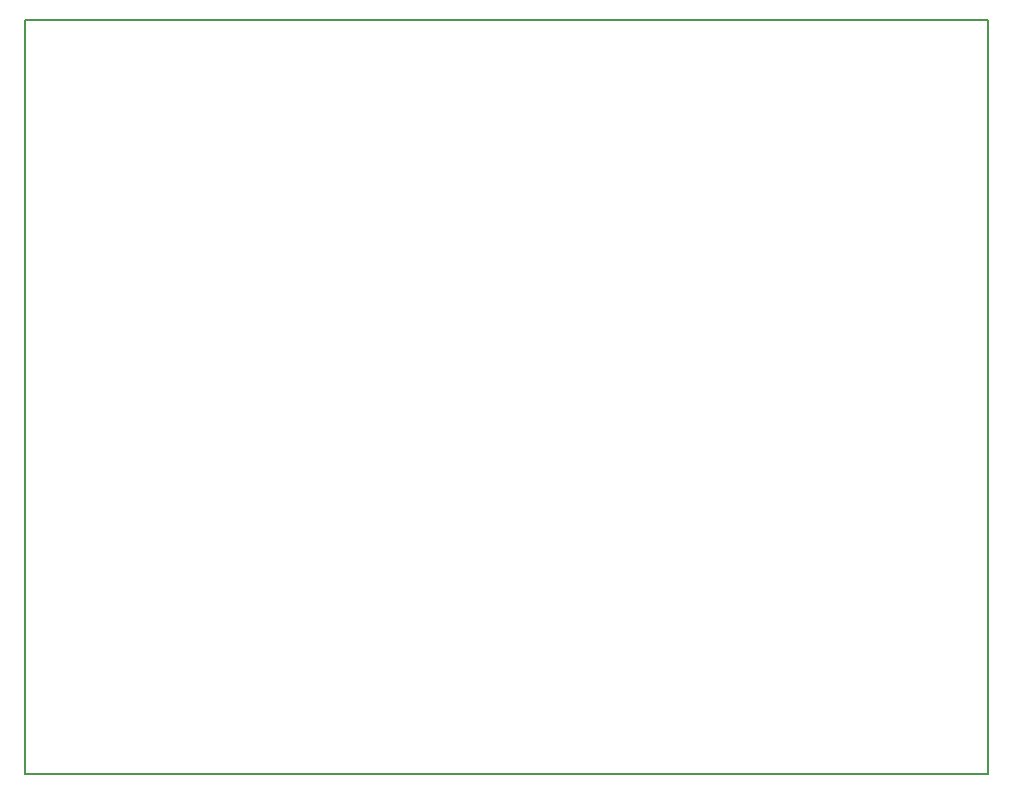
<source format=gbr>
G04 #@! TF.GenerationSoftware,KiCad,Pcbnew,5.1.4-e60b266~84~ubuntu18.04.1*
G04 #@! TF.CreationDate,2020-01-12T21:58:28+06:00*
G04 #@! TF.ProjectId,madEEGamp,6d616445-4547-4616-9d70-2e6b69636164,rev?*
G04 #@! TF.SameCoordinates,Original*
G04 #@! TF.FileFunction,Profile,NP*
%FSLAX46Y46*%
G04 Gerber Fmt 4.6, Leading zero omitted, Abs format (unit mm)*
G04 Created by KiCad (PCBNEW 5.1.4-e60b266~84~ubuntu18.04.1) date 2020-01-12 21:58:28*
%MOMM*%
%LPD*%
G04 APERTURE LIST*
%ADD10C,0.150000*%
G04 APERTURE END LIST*
D10*
X93472000Y-80645000D02*
X93472000Y-144526000D01*
X11938000Y-80645000D02*
X93472000Y-80645000D01*
X11938000Y-144526000D02*
X11938000Y-80645000D01*
X93472000Y-144526000D02*
X11938000Y-144526000D01*
M02*

</source>
